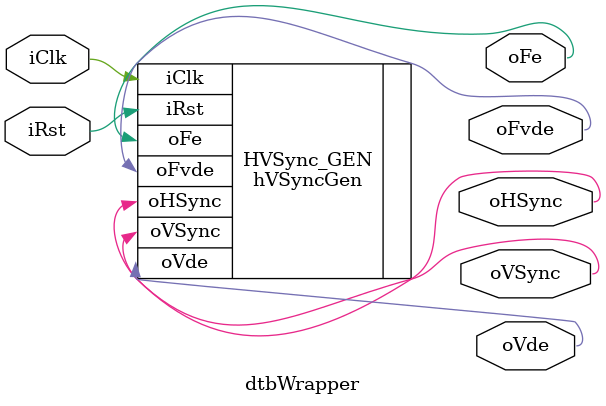
<source format=v>
/*
 * Create 2022/3/27
 * Author koutakimura
 * -
 * Display Timing Block
 */
module dtbWrapper #(
    parameter       pHdisplay       = 640,
    parameter       pHback          =  48,
    parameter       pHfront         =  16,
    parameter       pHpulse         =  96,
    parameter       pVdisplay       = 480,
    parameter       pVfront           =  31,
    parameter       pVback        =  11,
    parameter       pVpulse         =   2
)(
    input           iClk,           // clk
    input           iRst,           // Active High to sync rst
    output          oVde,           // video enable signal
    output          oFe,            // frame end
    output          oFvde,          // fast vde
    output          oHSync,
    output          oVSync
);

//----------------------------------------------------------
// ディスプレイ制御信号生成
//----------------------------------------------------------
hVSyncGen #(
    .pHdisplay  (pHdisplay),
    .pVdisplay  (pVdisplay),
    .pHback     (pHback),
    .pVfront      (pVfront),
    .pHfront    (pHfront),
    .pVback   (pVback),
    .pHpulse     (pHpulse),
    .pVpulse     (pVpulse)
) HVSync_GEN (
    .iClk       (iClk),
    .iRst       (iRst),
    .oHSync     (oHSync),
    .oVSync     (oVSync),
    .oVde       (oVde),
    .oFe        (oFe),
    .oFvde      (oFvde)
);

endmodule
</source>
